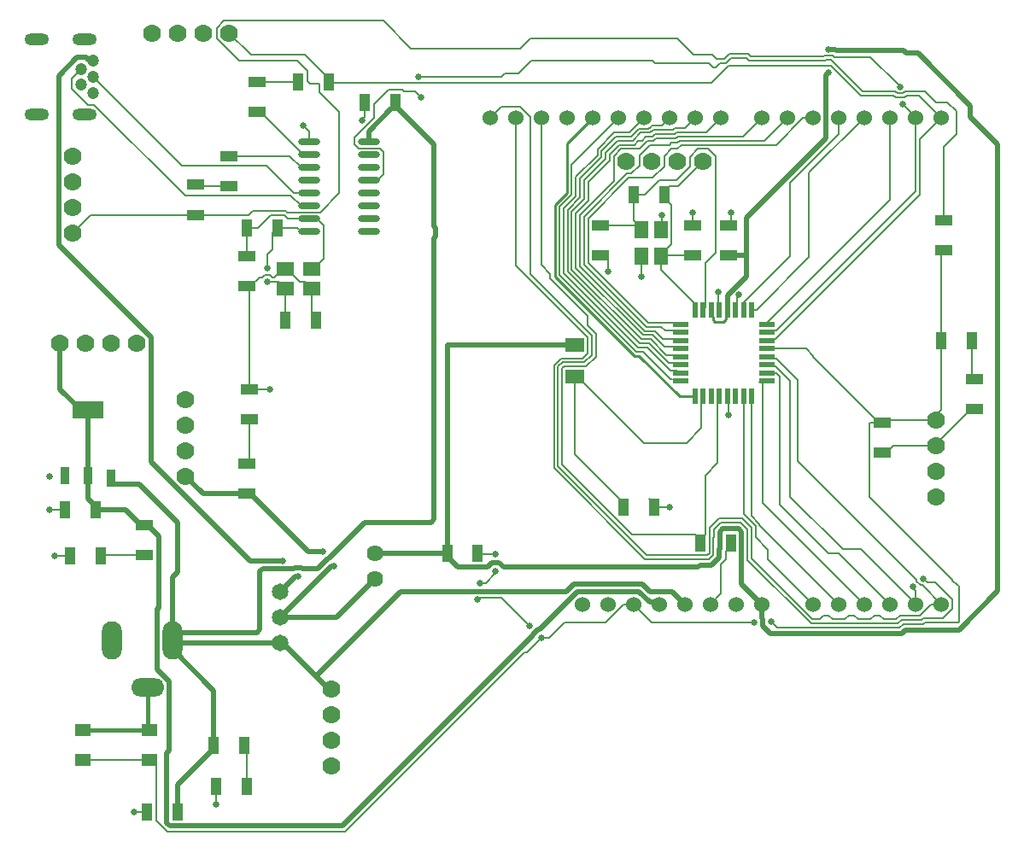
<source format=gtl>
G04*
G04 #@! TF.GenerationSoftware,Altium Limited,Altium Designer,24.1.2 (44)*
G04*
G04 Layer_Physical_Order=1*
G04 Layer_Color=255*
%FSLAX44Y44*%
%MOMM*%
G71*
G04*
G04 #@! TF.SameCoordinates,264AB7AF-67A9-449C-BE9F-4602C0ED76BB*
G04*
G04*
G04 #@! TF.FilePolarity,Positive*
G04*
G01*
G75*
%ADD10C,0.2540*%
%ADD12C,0.5080*%
%ADD14C,0.1524*%
%ADD15C,0.3810*%
%ADD19R,0.5080X1.6500*%
%ADD20R,1.6500X0.5080*%
%ADD21R,1.1176X1.8034*%
%ADD22R,1.8034X1.1176*%
%ADD23R,1.4000X1.8000*%
%ADD24O,2.2000X0.6096*%
%ADD25R,1.5000X1.2000*%
%ADD26R,1.8542X1.3716*%
%ADD27R,0.8382X1.7000*%
%ADD28R,3.0988X1.7000*%
%ADD29R,1.8000X1.4000*%
%ADD50C,1.5240*%
%ADD51O,2.4000X1.2000*%
%ADD52C,1.2000*%
%ADD53C,1.7780*%
%ADD54C,1.6200*%
%ADD55C,1.6500*%
%ADD56O,2.0000X3.8000*%
%ADD57O,3.3000X1.8000*%
%ADD58C,0.6350*%
D10*
X531241Y581601D02*
Y652839D01*
X543052Y664650D01*
X610194Y502648D02*
X614884D01*
X531241Y581601D02*
X610194Y502648D01*
X543052Y664650D02*
Y713232D01*
X614884Y502648D02*
X654872Y462660D01*
X566420Y736600D02*
X568960D01*
X543052Y713232D02*
X566420Y736600D01*
X654872Y462660D02*
X670560D01*
X687832Y538686D02*
Y541528D01*
Y538686D02*
X690318Y536200D01*
X698554D01*
X685800Y543560D02*
X687832Y541528D01*
X698554Y536200D02*
X701294Y538940D01*
Y546990D01*
X702564Y548260D01*
D12*
X721360Y640080D02*
X800100Y718820D01*
Y739140D01*
X802640Y783627D02*
Y783971D01*
X800100Y781087D02*
X802640Y783627D01*
X800100Y739140D02*
Y781087D01*
X879150Y231140D02*
X931929D01*
X737235Y235341D02*
X744992Y227584D01*
X875594D02*
X879150Y231140D01*
X744992Y227584D02*
X875594D01*
X931929Y231140D02*
X970280Y269491D01*
X694436Y311157D02*
X694944Y311665D01*
X673172Y293243D02*
X675204Y295275D01*
X686699D01*
X694436Y303012D01*
Y311157D01*
X697920Y331597D02*
X713304D01*
X694944Y328621D02*
X697920Y331597D01*
X694944Y311665D02*
Y328621D01*
X469021Y297815D02*
X475859D01*
X464449Y293243D02*
X469021Y297815D01*
X475859D02*
X480431Y293243D01*
X673172D01*
X716280Y276860D02*
Y328621D01*
Y276860D02*
X736600Y256540D01*
X713304Y331597D02*
X716280Y328621D01*
X435356Y293243D02*
X464449D01*
X424688Y513461D02*
X551180D01*
X424688Y307340D02*
Y513461D01*
X550383Y276860D02*
X618017D01*
X516074Y231775D02*
X553540Y269240D01*
X542763D02*
X550383Y276860D01*
X553540Y269240D02*
X614860D01*
X810013Y805736D02*
X877259D01*
X802640Y806323D02*
X809426D01*
X810013Y805736D01*
X877259D02*
X879830Y803165D01*
X721360Y601980D02*
Y640080D01*
X943356Y739639D02*
Y751134D01*
Y739639D02*
X970280Y712715D01*
X891325Y803165D02*
X943356Y751134D01*
X879830Y803165D02*
X891325D01*
X370078Y747903D02*
X373126Y750951D01*
X369443Y747903D02*
X370078D01*
X347218Y725678D02*
X369443Y747903D01*
X373126Y750951D02*
X411480Y712597D01*
X970280Y269491D02*
Y712715D01*
X57352Y798662D02*
X66531D01*
X39370Y780680D02*
X57352Y798662D01*
X66531D02*
X68288Y796904D01*
X72655D02*
X73979Y795580D01*
X68288Y796904D02*
X72655D01*
X39370Y612847D02*
Y780680D01*
Y612847D02*
X130810Y521407D01*
X736600Y242814D02*
Y256540D01*
X737235Y235341D02*
Y242179D01*
X736600Y242814D02*
X737235Y242179D01*
X378460Y269240D02*
X542763D01*
X411480Y619516D02*
X413385Y621421D01*
X408504Y337820D02*
X411480Y340796D01*
Y619516D01*
Y631434D02*
Y712597D01*
Y631434D02*
X413385Y629529D01*
Y621421D02*
Y629529D01*
X342900Y337820D02*
X408504D01*
X307340Y302260D02*
X342900Y337820D01*
X287042Y308461D02*
X301275D01*
X280279Y292735D02*
X280914Y292100D01*
X229489Y366014D02*
X287042Y308461D01*
X273441Y292735D02*
X280279D01*
X280914Y292100D02*
X296564D01*
X306724Y302260D02*
X307340D01*
X296564Y292100D02*
X306724Y302260D01*
X614860Y269240D02*
X625616Y258484D01*
X625637Y269240D02*
X647700D01*
X618017Y276860D02*
X625637Y269240D01*
X625616Y258484D02*
X633056D01*
X635000Y256540D01*
X294640Y185420D02*
X378460Y269240D01*
X647700D02*
X660400Y256540D01*
X703580Y602234D02*
X721106D01*
X721360Y581660D02*
Y601980D01*
X721106Y602234D02*
X721360Y601980D01*
X702564Y562864D02*
X721360Y581660D01*
X702564Y548260D02*
Y562864D01*
X321003Y36703D02*
X509905Y225606D01*
Y226939D01*
X149534Y36703D02*
X321003D01*
X146558Y39679D02*
Y108785D01*
Y39679D02*
X149534Y36703D01*
X148980Y111207D02*
Y180312D01*
X146558Y108785D02*
X148980Y111207D01*
X137320Y191972D02*
X148980Y180312D01*
X229163Y299720D02*
X261620D01*
X130810Y398073D02*
Y521407D01*
Y398073D02*
X229163Y299720D01*
X157480Y288459D02*
Y337820D01*
X119700Y375600D02*
X157480Y337820D01*
X93345Y375600D02*
X119700D01*
X257566Y292100D02*
X258201Y291465D01*
X241736Y292100D02*
X257566D01*
X265674D02*
X272806D01*
X258201Y291465D02*
X265039D01*
X265674Y292100D01*
X238760Y289124D02*
X241736Y292100D01*
X272806D02*
X273441Y292735D01*
X259080Y269240D02*
X274320Y284480D01*
X276860D01*
X259080Y243840D02*
X309880Y294640D01*
X226060Y366014D02*
X229489D01*
X309880Y294640D02*
X312420D01*
X509905Y226939D02*
X514741Y231775D01*
X516074D01*
X124460Y335026D02*
X127889D01*
X121031D02*
X124460D01*
X127889D02*
X138557Y324358D01*
Y252978D02*
Y324358D01*
X137320Y251741D02*
X138557Y252978D01*
X137320Y191972D02*
Y251741D01*
X152400Y211980D02*
Y218440D01*
Y220980D01*
X157226Y77343D02*
X193294Y113411D01*
X157226Y50800D02*
Y77343D01*
X294640Y185420D02*
X307340Y172720D01*
X261620Y218440D02*
X294640Y185420D01*
X424688Y303911D02*
Y307340D01*
Y303911D02*
X435356Y293243D01*
X165100Y383540D02*
X182626Y366014D01*
X226060D01*
X347218Y715010D02*
Y725678D01*
X373126Y750951D02*
Y754380D01*
X152400Y221708D02*
Y283379D01*
X238760Y231576D02*
Y289124D01*
X159292Y228600D02*
X235784D01*
X238760Y231576D01*
X152400Y221708D02*
X159292Y228600D01*
X152400Y220980D02*
Y221708D01*
Y283379D02*
X157480Y288459D01*
X91694Y377251D02*
X93345Y375600D01*
X91694Y377251D02*
Y381560D01*
X40640Y470006D02*
X61586Y449060D01*
X68580D01*
X40640Y470006D02*
Y515620D01*
X68580Y384060D02*
Y449060D01*
X75946Y350520D02*
Y353949D01*
X68580Y361315D02*
Y384060D01*
Y361315D02*
X75946Y353949D01*
Y350520D02*
X105537D01*
X121031Y335026D01*
X353060Y307340D02*
X424688D01*
X259080Y243840D02*
X314960D01*
X353060Y281940D01*
X193294Y113411D02*
Y116840D01*
X152400Y211980D02*
X193294Y171086D01*
Y116840D02*
Y171086D01*
X259080Y218440D02*
X261620D01*
X307340Y172720D02*
X309880D01*
X154940Y218440D02*
X259080D01*
X152400Y220980D02*
X154940Y218440D01*
D14*
X454660Y307340D02*
X455930Y306070D01*
X472440D01*
X886841Y741680D02*
X889000D01*
X844296Y799084D02*
X871620Y771759D01*
X876300Y752221D02*
X886841Y741680D01*
X876300Y752221D02*
Y752602D01*
X869394Y759079D02*
X878126D01*
X880348Y761301D01*
X892239D01*
X914400Y739140D01*
X834470Y761301D02*
X867172D01*
X869394Y759079D01*
X878665Y765365D02*
X897873D01*
X836375D02*
X868855D01*
X871077Y763143D02*
X876443D01*
X878665Y765365D01*
X868855D02*
X871077Y763143D01*
X897873Y765365D02*
X909113Y754126D01*
X871620Y771759D02*
X873760Y769620D01*
X871620Y771759D02*
Y771759D01*
X808403Y799084D02*
X844296D01*
X805323Y790448D02*
X834470Y761301D01*
X805323Y796417D02*
X836375Y765365D01*
X909113Y754126D02*
X920607D01*
X929386Y745347D01*
Y722979D02*
Y745347D01*
X218597Y795401D02*
X275687D01*
X286004Y785085D01*
X283813Y801402D02*
X304800Y780415D01*
X208280Y822960D02*
X229838Y801402D01*
X304800Y777240D02*
Y780415D01*
X288385Y773176D02*
X297913D01*
X286004Y775557D02*
Y785085D01*
X229838Y801402D02*
X283813D01*
X297913Y773176D02*
X298196Y772893D01*
X286004Y775557D02*
X288385Y773176D01*
X298196Y764315D02*
X317281Y745230D01*
X298196Y764315D02*
Y772893D01*
X317281Y664077D02*
Y745230D01*
X196088Y828010D02*
X203230Y835152D01*
X361188D01*
X196088Y817910D02*
X218597Y795401D01*
X196088Y817910D02*
Y828010D01*
X361188Y835152D02*
X388620Y807720D01*
X497173D01*
X812800Y723258D02*
Y739140D01*
X764498Y601938D02*
Y674956D01*
X812800Y723258D01*
X889000Y256540D02*
Y269934D01*
X886190Y272744D02*
X889000Y269934D01*
X886190Y272744D02*
Y274050D01*
X893937Y275463D02*
X895477D01*
X890143Y279257D02*
X893937Y275463D01*
X890143Y279257D02*
Y280797D01*
X895477Y275463D02*
X914400Y256540D01*
X772160Y398780D02*
X890143Y280797D01*
X772160Y398780D02*
Y478612D01*
X896620Y281940D02*
X900414Y278146D01*
X908240D01*
X886460Y254000D02*
X889000Y256540D01*
X834348Y311192D02*
X887730Y257810D01*
X908240Y278146D02*
X925322Y261064D01*
Y252016D02*
Y261064D01*
X931287Y238760D02*
X932180Y239653D01*
Y274320D01*
X931037Y275463D02*
X932180Y274320D01*
X930037Y275463D02*
X931037D01*
X925703Y279797D02*
X930037Y275463D01*
X843280Y363220D02*
Y435987D01*
X925703Y279797D02*
Y280797D01*
X843280Y363220D02*
X925703Y280797D01*
X816568Y311192D02*
X834348D01*
X876730Y236982D02*
X896383D01*
X898161Y238760D02*
X931287D01*
X873174Y233426D02*
X876730Y236982D01*
X745490Y239395D02*
X751459Y233426D01*
X896383Y236982D02*
X898161Y238760D01*
X751459Y233426D02*
X873174D01*
X916130Y242824D02*
X925322Y252016D01*
X894699Y241046D02*
X896477Y242824D01*
X916130D01*
X812758Y307382D02*
X863600Y256540D01*
X802598Y307382D02*
X812758D01*
X726186Y302308D02*
Y332724D01*
X722122Y300625D02*
X785257Y237490D01*
X871491D01*
X875047Y241046D01*
X894699D01*
X786309Y242185D02*
X794239D01*
X726186Y302308D02*
X786309Y242185D01*
X794239D02*
X797671Y245618D01*
X869807Y241554D02*
X873871Y245618D01*
X853329D02*
X857393Y241554D01*
X869807D01*
X873871Y245618D02*
X893524D01*
X848471D02*
X853329D01*
X797671D02*
X802529D01*
X806593Y241554D01*
X823071Y245618D02*
X827929D01*
X831993Y241554D01*
X806593D02*
X819007D01*
X823071Y245618D01*
X831993Y241554D02*
X844407D01*
X848471Y245618D01*
X893524D02*
X904446Y256540D01*
X540541Y492379D02*
X562391D01*
X622551Y305181D02*
X682596D01*
X685038Y324580D02*
Y332724D01*
X551180Y405003D02*
X601980Y354203D01*
X551180Y405003D02*
Y482219D01*
X695500Y337439D02*
X715724D01*
X689102Y331041D02*
X695500Y337439D01*
X689102Y322896D02*
Y331041D01*
X688594Y322388D02*
X689102Y322896D01*
X688594Y305432D02*
Y322388D01*
X684279Y301117D02*
X688594Y305432D01*
X530479Y391506D02*
Y493811D01*
X537175Y500507D01*
X563753Y505235D02*
Y521687D01*
X492760Y592680D02*
X563753Y521687D01*
X700786Y301100D02*
Y309245D01*
X705612Y314071D01*
X497284Y750062D02*
X507238Y740108D01*
X478282Y750062D02*
X497284D01*
X534543Y393189D02*
X622551Y305181D01*
X467360Y739140D02*
X478282Y750062D01*
X534543Y393189D02*
Y492128D01*
X718566Y346092D02*
X730250Y334408D01*
X718566Y346092D02*
Y455040D01*
X562391Y492379D02*
X571881Y501869D01*
X692658Y396559D02*
Y461518D01*
X507238Y583949D02*
X567817Y523370D01*
X680466Y384367D02*
X692658Y396559D01*
X507238Y583949D02*
Y740108D01*
X680466Y325755D02*
Y384367D01*
X722122Y300625D02*
Y331041D01*
X675640Y320929D02*
X680466Y325755D01*
X715724Y337439D02*
X722122Y331041D01*
X726440Y343965D02*
X734314Y336091D01*
Y335026D02*
Y336091D01*
X726440Y343965D02*
Y455040D01*
X734314Y335026D02*
X812800Y256540D01*
X730250Y322913D02*
Y334408D01*
Y322913D02*
X742442Y310721D01*
X685038Y332724D02*
X693817Y341503D01*
X538858Y496443D02*
X560708D01*
X563753Y533181D02*
X571881Y525053D01*
X693817Y341503D02*
X717407D01*
X560708Y496443D02*
X567817Y503552D01*
X538607Y394872D02*
X607724Y325755D01*
X717407Y341503D02*
X726186Y332724D01*
X538607Y394872D02*
Y490445D01*
X607724Y325755D02*
X670814D01*
X534543Y492128D02*
X538858Y496443D01*
X684530Y324072D02*
X685038Y324580D01*
X620868Y301117D02*
X684279D01*
X530479Y391506D02*
X620868Y301117D01*
X571881Y501869D02*
Y525053D01*
X696214Y296528D02*
X700786Y301100D01*
X567817Y503552D02*
Y523370D01*
X696214Y266954D02*
Y296528D01*
X538607Y490445D02*
X540541Y492379D01*
X559025Y500507D02*
X563753Y505235D01*
X492760Y592680D02*
Y739140D01*
X563753Y533181D02*
Y542623D01*
X537175Y500507D02*
X559025D01*
X684530Y307115D02*
Y324072D01*
X742442Y301498D02*
Y310721D01*
Y301498D02*
X787400Y256540D01*
X705612Y314071D02*
Y317500D01*
X682596Y305181D02*
X684530Y307115D01*
X685800Y256540D02*
X696214Y266954D01*
X904446Y256540D02*
X914400D01*
X462661Y277622D02*
X472440Y287401D01*
Y289560D01*
X564261Y595278D02*
Y639162D01*
X548005Y588545D02*
Y645895D01*
X518160Y592906D02*
Y739140D01*
X556133Y591912D02*
Y642528D01*
X560197Y593595D02*
Y640845D01*
X518160Y592906D02*
X526669Y584397D01*
X604803Y679704D02*
X628366D01*
X552069Y590228D02*
Y644212D01*
X535813Y583495D02*
Y650945D01*
X543941Y586861D02*
Y647579D01*
X539877Y585178D02*
Y649262D01*
X560197Y640845D02*
X603120Y683768D01*
X556133Y642528D02*
X589788Y676183D01*
X564261Y639162D02*
X604803Y679704D01*
X552069Y644212D02*
X564261Y656404D01*
X526669Y579707D02*
Y584397D01*
X308737Y773303D02*
X686751D01*
X507635Y795528D02*
X628207D01*
X507333Y817880D02*
X652780D01*
X686751Y773303D02*
X703896Y790448D01*
X495443Y783336D02*
X507635Y795528D01*
X497173Y807720D02*
X507333Y817880D01*
X652780D02*
X669036Y801624D01*
X628207Y795528D02*
X630476Y793259D01*
X703896Y790448D02*
X805323D01*
X307340Y774700D02*
X308737Y773303D01*
X478441Y779780D02*
X481997Y783336D01*
X396240Y779780D02*
X478441D01*
X798274Y800481D02*
X807006D01*
X799957Y796417D02*
X805323D01*
X807006Y800481D02*
X808403Y799084D01*
X799370Y795830D02*
X799957Y796417D01*
X723312Y802357D02*
X725775Y799894D01*
X705994Y798293D02*
X721629D01*
X725775Y799894D02*
X797687D01*
X798274Y800481D01*
X721629Y798293D02*
X724092Y795830D01*
X799370D01*
X704154Y802357D02*
X723312D01*
X543941Y647579D02*
X556133Y659771D01*
X539877Y649262D02*
X552069Y661454D01*
X651274Y519666D02*
X652780Y518160D01*
X620505Y527540D02*
X630421D01*
X556133Y591912D02*
X620505Y527540D01*
X589788Y676183D02*
Y701010D01*
X615218Y708152D02*
X623092Y716026D01*
X629334D01*
X631493Y718185D01*
X651146D02*
X653305Y720344D01*
X637032Y731012D02*
X645160Y739140D01*
X628761Y726948D02*
X648414D01*
X535813Y650945D02*
X547624Y662756D01*
X648414Y726948D02*
X649938Y728472D01*
X610078Y712216D02*
X614142Y716280D01*
X621409Y720090D02*
X627651D01*
X630445Y722884D02*
X650097D01*
X653305Y720344D02*
X717804D01*
X650097Y722884D02*
X651621Y724408D01*
X631493Y718185D02*
X651146D01*
X627078Y731012D02*
X637032D01*
X652829Y714121D02*
X654988Y716280D01*
X656672Y712216D02*
X750522D01*
X615188Y701880D02*
X625270Y711962D01*
X654988Y716280D02*
X739140D01*
X596930Y708152D02*
X615218D01*
X526669Y579707D02*
X563753Y542623D01*
X595247Y712216D02*
X610078D01*
X589788Y701010D02*
X596930Y708152D01*
X630421Y527540D02*
X638295Y519666D01*
X548005Y645895D02*
X560197Y658087D01*
X535813Y583495D02*
X612088Y507220D01*
X618904D02*
X646082Y480042D01*
X547624Y662756D02*
Y692404D01*
X646936Y714121D02*
X652829D01*
X613771Y511284D02*
X622968D01*
X539877Y585178D02*
X613771Y511284D01*
X644777Y711962D02*
X646936Y714121D01*
X622968Y511284D02*
X646082Y488170D01*
X543941Y586861D02*
X615454Y515348D01*
X624652D02*
X644210Y495790D01*
X626335Y519412D02*
X642083Y503664D01*
X560197Y658087D02*
Y677166D01*
X552069Y590228D02*
X618821Y523476D01*
X628018D02*
X639702Y511792D01*
X564261Y656404D02*
Y675483D01*
X590196Y724408D02*
X605028D01*
X612088Y507220D02*
X618904D01*
X581660Y698629D02*
Y704377D01*
X717804Y720344D02*
X736600Y739140D01*
X617138Y519412D02*
X626335D01*
X681228Y724408D02*
X695960Y739140D01*
X646714Y708152D02*
X652607D01*
X614142Y716280D02*
X617599D01*
X627905Y720344D02*
X630445Y722884D01*
X585724Y702693D02*
X595247Y712216D01*
X552069Y661454D02*
Y680533D01*
X659892Y728472D02*
X670560Y739140D01*
X615454Y515348D02*
X624652D01*
X627783Y725969D02*
X628761Y726948D01*
X560197Y677166D02*
X581660Y698629D01*
X649938Y728472D02*
X659892D01*
X581660Y704377D02*
X593563Y716280D01*
X564261Y675483D02*
X585724Y696946D01*
X605028Y724408D02*
X619760Y739140D01*
X573532Y707744D02*
X590196Y724408D01*
X556133Y659771D02*
Y678850D01*
X606711Y720344D02*
X614585Y728218D01*
X577596Y706060D02*
X591880Y720344D01*
X639572Y701010D02*
X646714Y708152D01*
X548005Y588545D02*
X617138Y519412D01*
X651621Y724408D02*
X681228D01*
X652607Y708152D02*
X656672Y712216D01*
X591880Y720344D02*
X606711D01*
X638295Y519666D02*
X651274D01*
X626100Y730033D02*
X627078Y731012D01*
X625270Y711962D02*
X644777D01*
X593563Y716280D02*
X608395D01*
X556133Y678850D02*
X577596Y700313D01*
X617599Y716280D02*
X621409Y720090D01*
X608395Y716280D02*
X616269Y724154D01*
X552069Y680533D02*
X573532Y701996D01*
Y707744D01*
X585724Y696946D02*
Y702693D01*
X618821Y523476D02*
X628018D01*
X577596Y700313D02*
Y706060D01*
X547624Y692404D02*
X594360Y739140D01*
X615236Y728218D02*
X624284D01*
X627651Y720090D02*
X627905Y720344D01*
X624284Y728218D02*
X626100Y730033D01*
X616269Y724154D02*
X625967D01*
X614585Y728218D02*
X615236D01*
X625967Y724154D02*
X627783Y725969D01*
X615188Y691926D02*
Y701880D01*
X560197Y593595D02*
X622188Y531604D01*
X636976D02*
X640532Y528048D01*
X603120Y683768D02*
X607030D01*
X739140Y716280D02*
X762000Y739140D01*
X622188Y531604D02*
X636976D01*
X639572Y690910D02*
Y701010D01*
X607030Y683768D02*
X615188Y691926D01*
X640532Y528048D02*
X655320D01*
X628366Y679704D02*
X639572Y690910D01*
X623871Y535668D02*
X655592D01*
X564261Y595278D02*
X623871Y535668D01*
X750522Y712216D02*
X777446Y739140D01*
X787400D01*
X617220Y624840D02*
Y625928D01*
X576580Y632206D02*
X610942D01*
X619680Y627380D02*
X619760D01*
X664972Y699994D02*
X673130Y708152D01*
X683230D02*
X690372Y701010D01*
X673130Y708152D02*
X683230D01*
X646082Y488170D02*
X652290D01*
X639702Y511792D02*
X654068D01*
X652290Y488170D02*
X652780Y487680D01*
X642083Y503664D02*
X654576D01*
X700960Y793259D02*
X705994Y798293D01*
X699120Y797323D02*
X704154Y802357D01*
X675640Y320929D02*
X678180Y318389D01*
X670814Y325755D02*
X675640Y320929D01*
X678180Y317500D02*
Y318389D01*
X481997Y783336D02*
X495443D01*
X692658Y461518D02*
X693420Y462280D01*
X651495Y677433D02*
X664972Y690910D01*
X653415Y671195D02*
X678180Y695960D01*
X664972Y690910D02*
Y699994D01*
X690372Y605311D02*
Y701010D01*
X680212Y595151D02*
X690372Y605311D01*
X694737Y793259D02*
X700960D01*
X690673Y789195D02*
X694737Y793259D01*
X688021Y789195D02*
X690673D01*
X669036Y801624D02*
X687086D01*
X691387Y797323D02*
X699120D01*
X687086Y801624D02*
X691387Y797323D01*
X683957Y793259D02*
X688021Y789195D01*
X630476Y793259D02*
X683957D01*
X783421Y684361D02*
X838200Y739140D01*
X644210Y495790D02*
X654830D01*
X718820Y556260D02*
X764498Y601938D01*
X745726Y519666D02*
X750410D01*
X893064Y717804D02*
X914400Y739140D01*
X893064Y662320D02*
Y717804D01*
X750410Y519666D02*
X893064Y662320D01*
X744220Y518160D02*
X745726Y519666D01*
X741300Y510014D02*
X780306D01*
X746234Y527794D02*
X750664D01*
X889000Y666130D02*
Y739140D01*
X750664Y527794D02*
X889000Y666130D01*
X744220Y525780D02*
X746234Y527794D01*
X780306Y510014D02*
X787400Y502920D01*
Y501777D02*
Y502920D01*
Y501777D02*
X852297Y436880D01*
X863600Y657860D02*
Y739140D01*
X741680Y535940D02*
X863600Y657860D01*
X726440Y548640D02*
X731266D01*
X783421Y600795D02*
Y684361D01*
X731266Y548640D02*
X783421Y600795D01*
X646082Y480042D02*
X647700D01*
X654068Y511792D02*
X655320Y510540D01*
X610942Y632206D02*
X617220Y625928D01*
X676656Y431169D02*
Y455676D01*
X662047Y416560D02*
X676656Y431169D01*
Y455676D02*
X678180Y457200D01*
X914654Y518160D02*
Y604774D01*
Y449153D02*
Y518160D01*
X352044Y738766D02*
Y752573D01*
X366170Y766699D01*
X332916Y719638D02*
X352044Y738766D01*
X390190Y765175D02*
X393700D01*
X366170Y766699D02*
X380082D01*
X381479Y765302D02*
X390063D01*
X390190Y765175D01*
X380082Y766699D02*
X381479Y765302D01*
X393700Y764540D02*
X398780Y759460D01*
X617220Y581660D02*
Y599440D01*
X620551Y662940D02*
X635044Y677433D01*
X651495D01*
X916940Y637286D02*
Y710533D01*
X269416Y661924D02*
X279830Y651510D01*
X74815Y751882D02*
X164773Y661924D01*
X269416D01*
X281940Y731520D02*
X287782Y725678D01*
Y715010D02*
Y725678D01*
X161663Y691896D02*
X245191D01*
X52639Y767729D02*
X68486Y751882D01*
X74815D01*
X73979Y779581D02*
X161663Y691896D01*
X245191D02*
X272877Y664210D01*
X279830Y689610D02*
X287782D01*
X268654Y700786D02*
X279830Y689610D01*
X272877Y664210D02*
X287782D01*
X52639Y767729D02*
Y778280D01*
X712216Y561050D02*
X713740Y562574D01*
Y563880D01*
X711200Y548640D02*
X712216Y549656D01*
Y561050D01*
X855980Y436880D02*
X856234D01*
X844173D02*
X852297D01*
X627380Y238760D02*
X728980D01*
X916940Y710533D02*
X929386Y722979D01*
X573151Y602234D02*
X576580D01*
X584200Y586740D02*
Y597408D01*
X609600Y256540D02*
X627380Y238760D01*
X236220Y774446D02*
X276860D01*
X454660Y263398D02*
X478282D01*
X454660Y260985D02*
Y263398D01*
X457327Y277622D02*
X462661D01*
X457200Y277495D02*
X457327Y277622D01*
X734060Y477520D02*
X736297D01*
X737585Y357155D02*
X838200Y256540D01*
X736297Y477520D02*
X737585Y476232D01*
Y357155D02*
Y476232D01*
X751012Y485884D02*
X754380Y482516D01*
Y474980D02*
Y482516D01*
X741300Y485884D02*
X751012D01*
X764540Y363220D02*
Y478104D01*
X741300Y494012D02*
X743078Y492234D01*
X750410D01*
X764540Y478104D01*
X750664Y500108D02*
X772160Y478612D01*
X741300Y501886D02*
X743078Y500108D01*
X750664D01*
X754380Y355600D02*
Y474831D01*
X764540Y363220D02*
X816568Y311192D01*
X754380Y355600D02*
X802598Y307382D01*
X678180Y548640D02*
X680212Y550672D01*
Y595151D01*
X609854Y662940D02*
X620551D01*
X646882Y613782D02*
Y652455D01*
X639826Y659511D02*
X646882Y652455D01*
X635000Y604520D02*
X636310Y603210D01*
X642620Y662940D02*
Y669163D01*
X644652Y671195D01*
X653415D01*
X637540Y624840D02*
Y642620D01*
X670560Y551180D02*
Y553970D01*
X636580Y587950D02*
Y601480D01*
Y587950D02*
X670560Y553970D01*
X706120Y632460D02*
Y645160D01*
X668020Y632460D02*
Y645160D01*
X576580Y601980D02*
X579628D01*
X584200Y597408D01*
X914654Y604774D02*
X916940Y607060D01*
X619252Y416560D02*
X662047D01*
X553593Y482219D02*
X619252Y416560D01*
X551180Y482219D02*
X553593D01*
X636310Y603210D02*
X646882Y613782D01*
X636310Y603210D02*
X637286Y602234D01*
X668020D01*
X639826Y659511D02*
Y662940D01*
X609854Y637206D02*
X619680Y627380D01*
X609854Y637206D02*
Y662940D01*
X703580Y444500D02*
Y459740D01*
X693420Y546100D02*
Y566420D01*
X843280Y435987D02*
X844173Y436880D01*
X332916Y712380D02*
X336636Y708660D01*
X361520Y683260D02*
Y704940D01*
X340539Y736421D02*
Y737727D01*
X355170Y676910D02*
X361520Y683260D01*
X347218Y676910D02*
X355170D01*
X357800Y708660D02*
X361520Y704940D01*
X336636Y708660D02*
X357800D01*
X332916Y712380D02*
Y719638D01*
X342900Y740088D02*
Y754126D01*
X340539Y737727D02*
X342900Y740088D01*
X298364Y645160D02*
X317281Y664077D01*
X264925Y646303D02*
X266068Y645160D01*
X231627Y646303D02*
X264925D01*
X227944Y642620D02*
X231627Y646303D01*
X175260Y642620D02*
X227944D01*
X266068Y645160D02*
X298364D01*
X251460Y608792D02*
Y625094D01*
X246380Y589534D02*
Y603712D01*
X251460Y608792D01*
Y625094D02*
X256286Y629920D01*
X226314Y601980D02*
Y629920D01*
X226060Y601726D02*
X226314Y601980D01*
X226060Y571754D02*
X228600Y569214D01*
Y469646D02*
Y569214D01*
X30480Y350520D02*
X45974D01*
X35560Y304800D02*
X51054D01*
X81280Y305054D02*
X124460D01*
X81026Y304800D02*
X81280Y305054D01*
X225806Y76200D02*
Y114300D01*
X223266Y116840D02*
X225806Y114300D01*
X503371Y208731D02*
X518160Y223520D01*
X501293Y208731D02*
X503371D01*
X323422Y30861D02*
X501293Y208731D01*
X131020Y101840D02*
X136258Y96602D01*
Y41717D02*
Y96602D01*
Y41717D02*
X147114Y30861D01*
X129520Y101840D02*
X131020D01*
X147114Y30861D02*
X323422D01*
X63520Y101840D02*
X129520D01*
X195580Y75946D02*
X195834Y76200D01*
X195580Y58420D02*
Y75946D01*
X114300Y50800D02*
X127254D01*
X478282Y263398D02*
X506486Y235194D01*
X518160Y223520D02*
X525780D01*
X541020Y238760D01*
X581866D01*
X599646Y256540D01*
X609600D01*
X226060Y395986D02*
X228600Y398526D01*
Y439674D01*
X228854Y469900D02*
X248920D01*
X228600Y469646D02*
X228854Y469900D01*
X856234Y436880D02*
X858774Y439420D01*
X629666Y353060D02*
X645160D01*
X624840Y361315D02*
X629666Y356489D01*
Y353060D02*
Y356489D01*
X52639Y778280D02*
X61941Y787582D01*
X279830Y651510D02*
X287782D01*
X53340Y624840D02*
X71120Y642620D01*
X175260D01*
X177038Y670814D02*
X208280D01*
X175260Y672592D02*
X177038Y670814D01*
X208280Y700786D02*
X268654D01*
X226314Y629920D02*
X237011D01*
X266671Y638810D02*
X287782D01*
X263242Y642239D02*
X266671Y638810D01*
X249330Y642239D02*
X263242D01*
X237011Y629920D02*
X249330Y642239D01*
X295734Y638810D02*
X302084Y632460D01*
X287782Y638810D02*
X295734D01*
X302084Y599344D02*
Y632460D01*
X292060Y589320D02*
X302084Y599344D01*
X290060Y589320D02*
X292060D01*
X238379Y580644D02*
X241284D01*
X251476D02*
X252984D01*
X241284D02*
X243697Y583057D01*
X261660Y589320D02*
X263660D01*
X252984Y580644D02*
X261660Y589320D01*
X249063Y583057D02*
X251476Y580644D01*
X243697Y583057D02*
X249063D01*
X229489Y571754D02*
X238379Y580644D01*
X226060Y571754D02*
X229489D01*
X257422Y576158D02*
X263660Y569920D01*
X246380Y576580D02*
X246802Y576158D01*
X257422D01*
X263660Y539234D02*
X264414Y538480D01*
X263660Y539234D02*
Y569920D01*
X290060Y542806D02*
Y569920D01*
Y542806D02*
X294386Y538480D01*
X263660Y589320D02*
X265660D01*
X278822Y576158D01*
X283822D01*
X290060Y569920D01*
X276020Y629920D02*
X279830Y626110D01*
X256286Y629920D02*
X276020D01*
X279830Y626110D02*
X287782D01*
X342900Y754126D02*
X343154Y754380D01*
X239649Y744474D02*
X278955Y705168D01*
Y704422D02*
Y705168D01*
Y704422D02*
X281067Y702310D01*
X236220Y744474D02*
X239649D01*
X281067Y702310D02*
X287782D01*
X276860Y774446D02*
X277114Y774700D01*
X943991Y449834D02*
X947420D01*
X909320Y415163D02*
X943991Y449834D01*
X909320Y414020D02*
Y415163D01*
X944626Y482600D02*
Y518160D01*
Y482600D02*
X947420Y479806D01*
X909320Y443819D02*
X914654Y449153D01*
X909320Y439420D02*
Y443819D01*
X858774Y439420D02*
X909320D01*
X859409Y406654D02*
X866775Y414020D01*
X855980Y406654D02*
X859409D01*
X866775Y414020D02*
X909320D01*
D15*
X63520Y131840D02*
X129520D01*
X127400Y133960D02*
Y174480D01*
Y133960D02*
X129520Y131840D01*
D19*
X726440Y548260D02*
D03*
X718566D02*
D03*
X710438D02*
D03*
X702564D02*
D03*
X694436D02*
D03*
X686562D02*
D03*
X678434D02*
D03*
X670560D02*
D03*
Y462660D02*
D03*
X678434D02*
D03*
X686562D02*
D03*
X694436D02*
D03*
X702564D02*
D03*
X710438D02*
D03*
X718566D02*
D03*
X726440D02*
D03*
D20*
X655700Y533890D02*
D03*
Y526016D02*
D03*
Y517888D02*
D03*
Y510014D02*
D03*
Y501886D02*
D03*
Y494012D02*
D03*
Y485884D02*
D03*
Y478010D02*
D03*
X741300D02*
D03*
Y485884D02*
D03*
Y494012D02*
D03*
Y501886D02*
D03*
Y510014D02*
D03*
Y517888D02*
D03*
Y526016D02*
D03*
Y533890D02*
D03*
D21*
X424688Y307340D02*
D03*
X454660D02*
D03*
X639826Y662940D02*
D03*
X609854D02*
D03*
X294386Y538480D02*
D03*
X264414D02*
D03*
X51054Y304800D02*
D03*
X81026D02*
D03*
X223266Y116840D02*
D03*
X193294D02*
D03*
X127254Y50800D02*
D03*
X157226D02*
D03*
X599694Y353060D02*
D03*
X629666D02*
D03*
X675640Y317500D02*
D03*
X705612D02*
D03*
X277114Y774700D02*
D03*
X307086D02*
D03*
X914654Y518160D02*
D03*
X944626D02*
D03*
X226314Y629920D02*
D03*
X256286D02*
D03*
X225806Y76200D02*
D03*
X195834D02*
D03*
X45974Y350520D02*
D03*
X75946D02*
D03*
X373126Y754380D02*
D03*
X343154D02*
D03*
D22*
X175260Y642620D02*
D03*
Y672592D02*
D03*
X576580Y632206D02*
D03*
Y602234D02*
D03*
X668020D02*
D03*
Y632206D02*
D03*
X703580D02*
D03*
Y602234D02*
D03*
X226060Y395986D02*
D03*
Y366014D02*
D03*
X947420Y449834D02*
D03*
Y479806D02*
D03*
X226060Y571754D02*
D03*
Y601726D02*
D03*
X916940Y637286D02*
D03*
Y607314D02*
D03*
X855980Y406654D02*
D03*
Y436626D02*
D03*
X236220Y774446D02*
D03*
Y744474D02*
D03*
X208280Y670814D02*
D03*
Y700786D02*
D03*
X228600Y469646D02*
D03*
Y439674D02*
D03*
X124460Y335026D02*
D03*
Y305054D02*
D03*
D23*
X617180Y627880D02*
D03*
X636580Y601480D02*
D03*
Y627880D02*
D03*
X617180Y601480D02*
D03*
D24*
X287782Y715010D02*
D03*
Y702310D02*
D03*
Y689610D02*
D03*
Y676910D02*
D03*
Y664210D02*
D03*
Y651510D02*
D03*
Y638810D02*
D03*
Y626110D02*
D03*
X347218D02*
D03*
Y638810D02*
D03*
Y651510D02*
D03*
Y664210D02*
D03*
Y676910D02*
D03*
Y689610D02*
D03*
Y702310D02*
D03*
Y715010D02*
D03*
D25*
X63520Y131840D02*
D03*
X129520Y101840D02*
D03*
Y131840D02*
D03*
X63520Y101840D02*
D03*
D26*
X551180Y482219D02*
D03*
Y513461D02*
D03*
D27*
X91694Y381560D02*
D03*
X68580Y384060D02*
D03*
X45466D02*
D03*
D28*
X68580Y449060D02*
D03*
D29*
X263660Y589320D02*
D03*
X290060Y569920D02*
D03*
X263660D02*
D03*
X290060Y589320D02*
D03*
D50*
X787400Y256540D02*
D03*
X812800D02*
D03*
X838200D02*
D03*
X863600D02*
D03*
X889000D02*
D03*
X914400D02*
D03*
Y739140D02*
D03*
X889000D02*
D03*
X863600D02*
D03*
X838200D02*
D03*
X812800D02*
D03*
X787400D02*
D03*
X762000D02*
D03*
X736600D02*
D03*
X695960D02*
D03*
X670560D02*
D03*
X645160D02*
D03*
X619760D02*
D03*
X594360D02*
D03*
X568960D02*
D03*
X543560D02*
D03*
X518160D02*
D03*
X492760D02*
D03*
X467360D02*
D03*
X736600Y256540D02*
D03*
X711200D02*
D03*
X685800D02*
D03*
X660400D02*
D03*
X635000D02*
D03*
X609600D02*
D03*
X584200D02*
D03*
X558800D02*
D03*
D51*
X17462Y816980D02*
D03*
X64962D02*
D03*
Y742580D02*
D03*
X17462D02*
D03*
D52*
X73979Y763581D02*
D03*
Y779581D02*
D03*
X61941Y771582D02*
D03*
Y787582D02*
D03*
X73979Y795580D02*
D03*
D53*
X66040Y515620D02*
D03*
X40640D02*
D03*
X116840D02*
D03*
X91440D02*
D03*
X652780Y695960D02*
D03*
X678180D02*
D03*
X601980D02*
D03*
X627380D02*
D03*
X309880Y121920D02*
D03*
Y96520D02*
D03*
Y172720D02*
D03*
Y147320D02*
D03*
X53340Y650240D02*
D03*
Y624840D02*
D03*
Y701040D02*
D03*
Y675640D02*
D03*
X165100Y434340D02*
D03*
Y459740D02*
D03*
Y383540D02*
D03*
Y408940D02*
D03*
X909320Y414020D02*
D03*
Y439420D02*
D03*
Y363220D02*
D03*
Y388620D02*
D03*
X182880Y822960D02*
D03*
X208280D02*
D03*
X132080D02*
D03*
X157480D02*
D03*
D54*
X353060Y307340D02*
D03*
Y281940D02*
D03*
D55*
X259080Y218440D02*
D03*
Y243840D02*
D03*
Y269240D02*
D03*
D56*
X152400Y220980D02*
D03*
X92400D02*
D03*
D57*
X127400Y174480D02*
D03*
D58*
X472440Y306070D02*
D03*
X876300Y752602D02*
D03*
X873760Y769620D02*
D03*
X886190Y274050D02*
D03*
X896620Y281940D02*
D03*
X472440Y289560D02*
D03*
X802640Y783971D02*
D03*
Y806958D02*
D03*
X617220Y581660D02*
D03*
X281940Y731520D02*
D03*
X713740Y563880D02*
D03*
X745490Y239395D02*
D03*
X728980Y238760D02*
D03*
X584200Y586740D02*
D03*
X396240Y779780D02*
D03*
X398780Y759460D02*
D03*
X454660Y260985D02*
D03*
X457200Y277495D02*
D03*
X301275Y308461D02*
D03*
X637540Y642620D02*
D03*
X706120Y645160D02*
D03*
X668020D02*
D03*
X703580Y444500D02*
D03*
X693420Y566420D02*
D03*
X340539Y736421D02*
D03*
X261620Y299720D02*
D03*
X276860Y284480D02*
D03*
X312420Y294640D02*
D03*
X114300Y50800D02*
D03*
X195580Y58420D02*
D03*
X506486Y235194D02*
D03*
X518160Y223520D02*
D03*
X645160Y353060D02*
D03*
X246380Y589534D02*
D03*
Y576580D02*
D03*
X248920Y469900D02*
D03*
X35560Y304800D02*
D03*
X30480Y350520D02*
D03*
Y383540D02*
D03*
M02*

</source>
